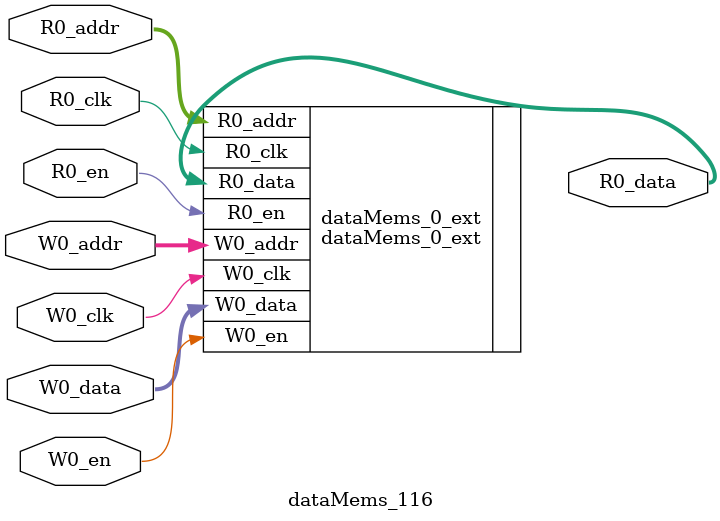
<source format=sv>
`ifndef RANDOMIZE
  `ifdef RANDOMIZE_REG_INIT
    `define RANDOMIZE
  `endif // RANDOMIZE_REG_INIT
`endif // not def RANDOMIZE
`ifndef RANDOMIZE
  `ifdef RANDOMIZE_MEM_INIT
    `define RANDOMIZE
  `endif // RANDOMIZE_MEM_INIT
`endif // not def RANDOMIZE

`ifndef RANDOM
  `define RANDOM $random
`endif // not def RANDOM

// Users can define 'PRINTF_COND' to add an extra gate to prints.
`ifndef PRINTF_COND_
  `ifdef PRINTF_COND
    `define PRINTF_COND_ (`PRINTF_COND)
  `else  // PRINTF_COND
    `define PRINTF_COND_ 1
  `endif // PRINTF_COND
`endif // not def PRINTF_COND_

// Users can define 'ASSERT_VERBOSE_COND' to add an extra gate to assert error printing.
`ifndef ASSERT_VERBOSE_COND_
  `ifdef ASSERT_VERBOSE_COND
    `define ASSERT_VERBOSE_COND_ (`ASSERT_VERBOSE_COND)
  `else  // ASSERT_VERBOSE_COND
    `define ASSERT_VERBOSE_COND_ 1
  `endif // ASSERT_VERBOSE_COND
`endif // not def ASSERT_VERBOSE_COND_

// Users can define 'STOP_COND' to add an extra gate to stop conditions.
`ifndef STOP_COND_
  `ifdef STOP_COND
    `define STOP_COND_ (`STOP_COND)
  `else  // STOP_COND
    `define STOP_COND_ 1
  `endif // STOP_COND
`endif // not def STOP_COND_

// Users can define INIT_RANDOM as general code that gets injected into the
// initializer block for modules with registers.
`ifndef INIT_RANDOM
  `define INIT_RANDOM
`endif // not def INIT_RANDOM

// If using random initialization, you can also define RANDOMIZE_DELAY to
// customize the delay used, otherwise 0.002 is used.
`ifndef RANDOMIZE_DELAY
  `define RANDOMIZE_DELAY 0.002
`endif // not def RANDOMIZE_DELAY

// Define INIT_RANDOM_PROLOG_ for use in our modules below.
`ifndef INIT_RANDOM_PROLOG_
  `ifdef RANDOMIZE
    `ifdef VERILATOR
      `define INIT_RANDOM_PROLOG_ `INIT_RANDOM
    `else  // VERILATOR
      `define INIT_RANDOM_PROLOG_ `INIT_RANDOM #`RANDOMIZE_DELAY begin end
    `endif // VERILATOR
  `else  // RANDOMIZE
    `define INIT_RANDOM_PROLOG_
  `endif // RANDOMIZE
`endif // not def INIT_RANDOM_PROLOG_

// Include register initializers in init blocks unless synthesis is set
`ifndef SYNTHESIS
  `ifndef ENABLE_INITIAL_REG_
    `define ENABLE_INITIAL_REG_
  `endif // not def ENABLE_INITIAL_REG_
`endif // not def SYNTHESIS

// Include rmemory initializers in init blocks unless synthesis is set
`ifndef SYNTHESIS
  `ifndef ENABLE_INITIAL_MEM_
    `define ENABLE_INITIAL_MEM_
  `endif // not def ENABLE_INITIAL_MEM_
`endif // not def SYNTHESIS

module dataMems_116(	// @[generators/ara/src/main/scala/UnsafeAXI4ToTL.scala:365:62]
  input  [4:0]  R0_addr,
  input         R0_en,
  input         R0_clk,
  output [66:0] R0_data,
  input  [4:0]  W0_addr,
  input         W0_en,
  input         W0_clk,
  input  [66:0] W0_data
);

  dataMems_0_ext dataMems_0_ext (	// @[generators/ara/src/main/scala/UnsafeAXI4ToTL.scala:365:62]
    .R0_addr (R0_addr),
    .R0_en   (R0_en),
    .R0_clk  (R0_clk),
    .R0_data (R0_data),
    .W0_addr (W0_addr),
    .W0_en   (W0_en),
    .W0_clk  (W0_clk),
    .W0_data (W0_data)
  );
endmodule


</source>
